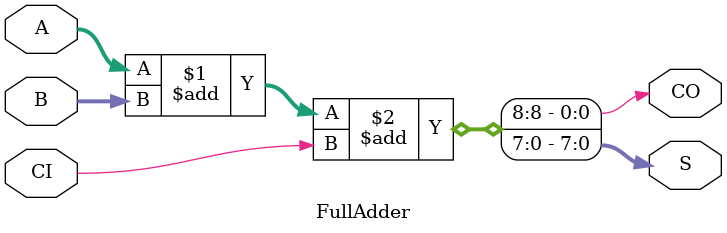
<source format=v>
/**
	文件说明：各种加法器
	输入：N位加数，N位被加数（，1位进位输入）
	输出：N位和，1位进位输出
	@Author: Johnson Liu (JourneyBean)
	@Date: 2020/5/6
*/

module HalfAdder_1b ( A, B, S, CO );

	input			A, B;
	output			S, CO;
	
	assign {CO, S} = A + B;
	
endmodule

module FullAdder_1b ( A, B, CI, S, CO );

	input			A, B, CI;
	output			S, CO;
	
	assign {CO, S} = A + B + CI;
	
endmodule

module HalfAdder_4b ( A, B, S, CO );

	input	[3:0]	A, B;
	output	[3:0]	S;
	output			CO;
	
	wire	[2:0]	C;
	
	HalfAdder_1b a0 ( .A(A[0]), .B(B[0]),            .S(S[0]), .CO(C[0]) );
	FullAdder_1b a1 ( .A(A[1]), .B(B[1]), .CI(C[0]), .S(S[1]), .CO(C[1]) );
	FullAdder_1b a2 ( .A(A[2]), .B(B[2]), .CI(C[1]), .S(S[2]), .CO(C[2]) );
	FullAdder_1b a7 ( .A(A[3]), .B(B[3]), .CI(C[2]), .S(S[3]), .CO(CO) );

endmodule

module HalfAdder

	# ( parameter N=8 )

(
	input	wire	[N-1:0]	A, B,
	output	wire	[N-1:0]	S,
	output	wire			CO
);

	assign {CO, S} = A + B;

endmodule

module FullAdder

	# ( parameter N=8 )

(
	input	wire	[N-1:0]	A, B,
	input	wire			CI,
	output	wire	[N-1:0]	S,
	output	wire			CO
);

	assign {CO, S} = A + B + CI;

endmodule
</source>
